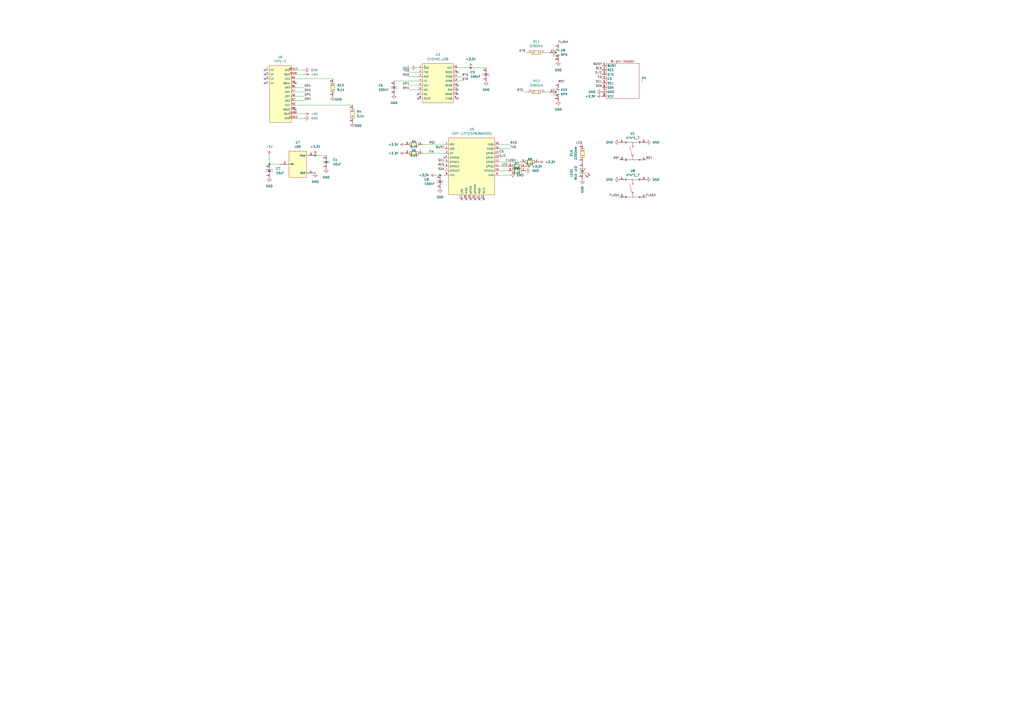
<source format=kicad_sch>
(kicad_sch (version 20250114) (generator "eeschema") (generator_version "9.0")
  (paper "A2")
  (lib_symbols
    (symbol "power:+3.3V" (power) (pin_numbers (hide yes)) (pin_names (offset 0) (hide yes))
      (property "Value" "+3.3V" (at 0 3.556 0))
      (symbol "+3.3V_0_1"
        (polyline (pts (xy -0.762 1.27) (xy 0 2.54)))
        (polyline (pts (xy 0 2.54) (xy 0.762 1.27)))
        (polyline (pts (xy 0 0) (xy 0 2.54)))
      )
      (symbol "+3.3V_1_1"
        (pin power_in line (at 0 0 90) (length 0) (name "~") (number "1"))
      )
    )
    (symbol "power:+5V" (power) (pin_numbers (hide yes)) (pin_names (offset 0) (hide yes))
      (property "Value" "+5V" (at 0 3.556 0))
      (symbol "+5V_0_1"
        (polyline (pts (xy -0.762 1.27) (xy 0 2.54)))
        (polyline (pts (xy 0 2.54) (xy 0.762 1.27)))
        (polyline (pts (xy 0 0) (xy 0 2.54)))
      )
      (symbol "+5V_1_1"
        (pin power_in line (at 0 0 90) (length 0) (name "~") (number "1"))
      )
    )
    (symbol "power:GND" (power) (pin_numbers (hide yes)) (pin_names (offset 0) (hide yes))
      (property "Value" "GND" (at 0 -3.81 0))
      (symbol "GND_0_1"
        (polyline (pts (xy 0 0) (xy 0 -1.27) (xy 1.27 -1.27) (xy 0 -2.54) (xy -1.27 -1.27) (xy 0 -1.27)))
      )
      (symbol "GND_1_1"
        (pin power_in line (at 0 0 270) (length 0) (name "~") (number "1"))
      )
    )
    (symbol "wearable-e-inks:1206W4F2200T5E"
      (property "Reference" "R" (at 0 1.27 0))
      (property "Value" "1206W4F2200T5E" (at 0 -2.54 0))
      (symbol "1206W4F2200T5E_0_1"
        (rectangle (start -2.54 1.016) (end 2.54 -1.016) (fill (type background)))
        (pin input line (at -5.08 0 0) (length 2.54) (name "1") (number "1"))
        (pin input line (at 5.08 0 180) (length 2.54) (name "2") (number "2"))
      )
    )
    (symbol "wearable-e-inks:1206W4F5101T5E"
      (property "Reference" "R" (at 0 1.27 0))
      (property "Value" "1206W4F5101T5E" (at 0 -2.54 0))
      (symbol "1206W4F5101T5E_0_1"
        (rectangle (start -2.54 1.016) (end 2.54 -1.016) (fill (type background)))
        (pin input line (at -5.08 0 0) (length 2.54) (name "1") (number "1"))
        (pin input line (at 5.08 0 180) (length 2.54) (name "2") (number "2"))
      )
    )
    (symbol "wearable-e-inks:4*4*1_7"
      (property "Reference" "U" (at 0 1.27 0))
      (property "Value" "4*4*1_7" (at 0 -2.54 0))
      (symbol "4*4*1_7_0_1"
        (polyline (pts (xy -5.08 3.81) (xy 5.08 3.81)))
        (polyline (pts (xy -5.08 -6.35) (xy 5.08 -6.35)))
        (polyline (pts (xy -0.508 -3.81) (xy -1.778 1.524)))
        (polyline (pts (xy 0 1.778) (xy 0 3.81)))
        (circle (center 0 1.27) (radius 0.381) (fill (type background)))
        (circle (center 0 -3.81) (radius 0.381) (fill (type background)))
        (polyline (pts (xy 0 -4.318) (xy 0 -6.35)))
        (pin unspecified line (at -7.62 3.81 0) (length 2.54) (name "1") (number "1"))
        (pin unspecified line (at -7.62 -6.35 0) (length 2.54) (name "3") (number "3"))
        (pin unspecified line (at 7.62 3.81 180) (length 2.54) (name "2") (number "2"))
        (pin unspecified line (at 7.62 -6.35 180) (length 2.54) (name "4") (number "4"))
      )
    )
    (symbol "wearable-e-inks:C1815_C8533"
      (property "Reference" "U" (at 0 1.27 0))
      (property "Value" "C1815_C8533" (at 0 -2.54 0))
      (symbol "C1815_C8533_0_1"
        (polyline (pts (xy 0 2.286) (xy 0 -2.286)))
        (polyline (pts (xy 0 -0.762) (xy 2.54 -2.54)))
        (polyline (pts (xy 2.54 2.54) (xy 0 0.762)))
        (polyline (pts (xy 2.54 -2.54) (xy 1.778 -1.27) (xy 1.016 -2.286) (xy 2.54 -2.54)) (fill (type background)))
        (pin unspecified line (at -2.54 0 0) (length 2.54) (name "B") (number "2"))
        (pin unspecified line (at 2.54 5.08 270) (length 2.54) (name "C") (number "1"))
        (pin unspecified line (at 2.54 -5.08 90) (length 2.54) (name "E") (number "3"))
      )
    )
    (symbol "wearable-e-inks:CH340C_C7464026"
      (property "Reference" "U" (at 0 1.27 0))
      (property "Value" "CH340C_C7464026" (at 0 -2.54 0))
      (symbol "CH340C_C7464026_0_1"
        (rectangle (start -8.89 11.43) (end 8.89 -11.43) (fill (type background)))
        (circle (center -7.62 10.16) (radius 0.381) (fill (type background)))
        (pin unspecified line (at -11.43 8.89 0) (length 2.54) (name "GND") (number "1"))
        (pin unspecified line (at -11.43 6.35 0) (length 2.54) (name "TXD") (number "2"))
        (pin unspecified line (at -11.43 3.81 0) (length 2.54) (name "RXD") (number "3"))
        (pin unspecified line (at -11.43 1.27 0) (length 2.54) (name "V3") (number "4"))
        (pin unspecified line (at -11.43 -1.27 0) (length 2.54) (name "UD+") (number "5"))
        (pin unspecified line (at -11.43 -3.81 0) (length 2.54) (name "UD-") (number "6"))
        (pin unspecified line (at -11.43 -6.35 0) (length 2.54) (name "NC.") (number "7"))
        (pin unspecified line (at -11.43 -8.89 0) (length 2.54) (name "OUT#") (number "8"))
        (pin unspecified line (at 11.43 8.89 180) (length 2.54) (name "VCC") (number "16"))
        (pin unspecified line (at 11.43 6.35 180) (length 2.54) (name "R232") (number "15"))
        (pin unspecified line (at 11.43 3.81 180) (length 2.54) (name "RTS#") (number "14"))
        (pin unspecified line (at 11.43 1.27 180) (length 2.54) (name "DTR#") (number "13"))
        (pin unspecified line (at 11.43 -1.27 180) (length 2.54) (name "DCD#") (number "12"))
        (pin unspecified line (at 11.43 -3.81 180) (length 2.54) (name "RI#") (number "11"))
        (pin unspecified line (at 11.43 -6.35 180) (length 2.54) (name "DSR#") (number "10"))
        (pin unspecified line (at 11.43 -8.89 180) (length 2.54) (name "CTS#") (number "9"))
      )
    )
    (symbol "wearable-e-inks:CL31A106KOHNNNE"
      (property "Reference" "C" (at 0 1.27 0))
      (property "Value" "CL31A106KOHNNNE" (at 0 -2.54 0))
      (symbol "CL31A106KOHNNNE_0_1"
        (polyline (pts (xy -1.27 0) (xy -0.508 0)))
        (polyline (pts (xy -0.508 2.032) (xy -0.508 -2.032)))
        (polyline (pts (xy 0.508 2.032) (xy 0.508 -2.032)))
        (polyline (pts (xy 0.508 0) (xy 1.27 0)))
        (pin input line (at -3.81 0 0) (length 2.54) (name "1") (number "1"))
        (pin input line (at 3.81 0 180) (length 2.54) (name "2") (number "2"))
      )
    )
    (symbol "wearable-e-inks:CL31B104KCFNNNE"
      (property "Reference" "C" (at 0 1.27 0))
      (property "Value" "CL31B104KCFNNNE" (at 0 -2.54 0))
      (symbol "CL31B104KCFNNNE_0_1"
        (polyline (pts (xy -1.27 0) (xy -0.508 0)))
        (polyline (pts (xy -0.508 2.032) (xy -0.508 -2.032)))
        (polyline (pts (xy 0.508 2.032) (xy 0.508 -2.032)))
        (polyline (pts (xy 0.508 0) (xy 1.27 0)))
        (pin input line (at -3.81 0 0) (length 2.54) (name "1") (number "1"))
        (pin input line (at 3.81 0 180) (length 2.54) (name "2") (number "2"))
      )
    )
    (symbol "wearable-e-inks:ESP-12F(ESP8266MOD)"
      (property "Reference" "U" (at 0 1.27 0))
      (property "Value" "ESP-12F(ESP8266MOD)" (at 0 -2.54 0))
      (symbol "ESP-12F(ESP8266MOD)_0_1"
        (rectangle (start -13.97 17.78) (end 12.7 -15.24) (fill (type background)))
        (pin unspecified line (at -16.51 13.97 0) (length 2.54) (name "RST") (number "1"))
        (pin unspecified line (at -16.51 11.43 0) (length 2.54) (name "ADC") (number "2"))
        (pin unspecified line (at -16.51 8.89 0) (length 2.54) (name "EN") (number "3"))
        (pin unspecified line (at -16.51 6.35 0) (length 2.54) (name "GPIO16") (number "4"))
        (pin unspecified line (at -16.51 3.81 0) (length 2.54) (name "GPIO14") (number "5"))
        (pin unspecified line (at -16.51 1.27 0) (length 2.54) (name "GPIO12") (number "6"))
        (pin unspecified line (at -16.51 -1.27 0) (length 2.54) (name "GPIO13") (number "7"))
        (pin unspecified line (at -16.51 -3.81 0) (length 2.54) (name "VCC") (number "8"))
        (pin unspecified line (at -6.35 -17.78 90) (length 2.54) (name "CS0") (number "17"))
        (pin unspecified line (at -3.81 -17.78 90) (length 2.54) (name "MISO") (number "18"))
        (pin unspecified line (at -1.27 -17.78 90) (length 2.54) (name "GPIO9") (number "19"))
        (pin unspecified line (at 1.27 -17.78 90) (length 2.54) (name "GPIO10") (number "20"))
        (pin unspecified line (at 3.81 -17.78 90) (length 2.54) (name "MOSI") (number "21"))
        (pin unspecified line (at 6.35 -17.78 90) (length 2.54) (name "SCLK") (number "22"))
        (pin unspecified line (at 15.24 13.97 180) (length 2.54) (name "TXD0") (number "16"))
        (pin unspecified line (at 15.24 11.43 180) (length 2.54) (name "RXD0") (number "15"))
        (pin unspecified line (at 15.24 8.89 180) (length 2.54) (name "GPIO5") (number "14"))
        (pin unspecified line (at 15.24 6.35 180) (length 2.54) (name "GPIO4") (number "13"))
        (pin unspecified line (at 15.24 3.81 180) (length 2.54) (name "GPIO0") (number "12"))
        (pin unspecified line (at 15.24 1.27 180) (length 2.54) (name "GPIO2") (number "11"))
        (pin unspecified line (at 15.24 -1.27 180) (length 2.54) (name "GPIO15") (number "10"))
        (pin unspecified line (at 15.24 -3.81 180) (length 2.54) (name "GND") (number "9"))
      )
    )
    (symbol "wearable-e-inks:KT-1206Red_LED"
      (property "Reference" "LED" (at 0 1.27 0))
      (property "Value" "KT-1206Red_LED" (at 0 -2.54 0))
      (symbol "KT-1206Red_LED_0_1"
        (polyline (pts (xy -1.27 -2.794) (xy 1.27 -1.27) (xy -1.27 0.508) (xy -1.27 -2.794)) (fill (type background)))
        (polyline (pts (xy 1.016 1.27) (xy 2.794 3.048)))
        (polyline (pts (xy 1.27 0.762) (xy 1.27 -3.302)))
        (polyline (pts (xy 2.032 0.254) (xy 3.81 2.032)))
        (polyline (pts (xy 2.794 3.048) (xy 1.778 2.54) (xy 2.286 2.032) (xy 2.794 3.048)) (fill (type background)))
        (polyline (pts (xy 3.81 2.032) (xy 2.794 1.524) (xy 3.302 1.016) (xy 3.81 2.032)) (fill (type background)))
        (pin unspecified line (at -5.08 -1.27 0) (length 3.81) (name "A") (number "1"))
        (pin unspecified line (at 5.08 -1.27 180) (length 3.81) (name "K") (number "2"))
      )
    )
    (symbol "wearable-e-inks:TYPE-C-31-M-12"
      (property "Reference" "U" (at 0 1.27 0))
      (property "Value" "TYPE-C-31-M-12" (at 0 -2.54 0))
      (symbol "TYPE-C-31-M-12_0_1"
        (rectangle (start -6.35 16.51) (end 6.35 -16.51) (fill (type background)))
        (pin unspecified line (at -8.89 13.97 0) (length 2.54) (name "GND") (number "A1B12"))
        (pin unspecified line (at -8.89 11.43 0) (length 2.54) (name "VBUS") (number "A4B9"))
        (pin unspecified line (at -8.89 8.89 0) (length 2.54) (name "SBU2") (number "B8"))
        (pin unspecified line (at -8.89 6.35 0) (length 2.54) (name "CC1") (number "A5"))
        (pin unspecified line (at -8.89 3.81 0) (length 2.54) (name "DN2") (number "B7"))
        (pin unspecified line (at -8.89 1.27 0) (length 2.54) (name "DP1") (number "A6"))
        (pin unspecified line (at -8.89 -1.27 0) (length 2.54) (name "DN1") (number "A7"))
        (pin unspecified line (at -8.89 -3.81 0) (length 2.54) (name "DP2") (number "B6"))
        (pin unspecified line (at -8.89 -6.35 0) (length 2.54) (name "SBU1") (number "A8"))
        (pin unspecified line (at -8.89 -8.89 0) (length 2.54) (name "CC2") (number "B5"))
        (pin unspecified line (at -8.89 -11.43 0) (length 2.54) (name "VBUS") (number "B4A9"))
        (pin unspecified line (at -8.89 -13.97 0) (length 2.54) (name "GND") (number "B1A12"))
        (pin unspecified line (at 8.89 -6.35 180) (length 2.54) (name "EH") (number "4"))
        (pin unspecified line (at 8.89 -8.89 180) (length 2.54) (name "EH") (number "3"))
        (pin unspecified line (at 8.89 -11.43 180) (length 2.54) (name "EH") (number "2"))
        (pin unspecified line (at 8.89 -13.97 180) (length 2.54) (name "EH") (number "1"))
      )
    )
    (symbol "wearable-e-inks:XC6206P332MR"
      (property "Reference" "U" (at 0 1.27 0))
      (property "Value" "XC6206P332MR" (at 0 -2.54 0))
      (symbol "XC6206P332MR_0_1"
        (rectangle (start -5.08 7.62) (end 5.08 -7.62) (fill (type background)))
        (pin unspecified line (at -10.16 0 0) (length 5.08) (name "Vin") (number "2"))
        (pin unspecified line (at 10.16 5.08 180) (length 5.08) (name "Vout") (number "3"))
        (pin unspecified line (at 10.16 -5.08 180) (length 5.08) (name "GND") (number "1"))
      )
    )
    (symbol "wearable-e-inks:display_pin_header"
      (property "Reference" "U" (at 0 0 0))
      (symbol "display_pin_header_0_1"
        (rectangle (start 5.08 20.32) (end 24.13 0))
      )
      (symbol "display_pin_header_1_1"
        (text "8-pin-header" (at 14.478 21.59 0) (effects (font (size 1.27 1.27))))
        (pin input line (at 2.54 19.05 0) (length 2.54) (name "BUSY") (number "1"))
        (pin input line (at 2.54 16.51 0) (length 2.54) (name "RES") (number "2"))
        (pin input line (at 2.54 13.97 0) (length 2.54) (name "D/C") (number "3"))
        (pin input line (at 2.54 11.43 0) (length 2.54) (name "CS") (number "4"))
        (pin input line (at 2.54 8.89 0) (length 2.54) (name "SCL") (number "5"))
        (pin input line (at 2.54 6.35 0) (length 2.54) (name "SDA") (number "6"))
        (pin input line (at 2.54 3.81 0) (length 2.54) (name "GND") (number "7"))
        (pin input line (at 2.54 1.27 0) (length 2.54) (name "VCC") (number "8"))
      )
    )
  )
  (junction (at 182.88 90.17))
  (junction (at 156.21 95.25))
  (junction (at 255.27 101.6))
  (junction (at 273.05 39.37))
  (no_connect (at 265.43 52.07))
  (no_connect (at 153.67 40.64))
  (no_connect (at 280.67 115.57))
  (no_connect (at 153.67 45.72))
  (no_connect (at 171.45 63.5))
  (no_connect (at 278.13 115.57))
  (no_connect (at 275.59 115.57))
  (no_connect (at 257.81 91.44))
  (no_connect (at 273.05 115.57))
  (no_connect (at 242.57 57.15))
  (no_connect (at 267.97 115.57))
  (no_connect (at 265.43 41.91))
  (no_connect (at 265.43 57.15))
  (no_connect (at 270.51 115.57))
  (no_connect (at 265.43 49.53))
  (no_connect (at 242.57 54.61))
  (no_connect (at 265.43 54.61))
  (no_connect (at 153.67 48.26))
  (no_connect (at 153.67 43.18))
  (no_connect (at 171.45 48.26))
  (wire (pts (xy 171.45 40.64) (xy 176.53 40.64)))
  (wire (pts (xy 316.23 30.48) (xy 318.77 30.48)))
  (wire (pts (xy 171.45 50.8) (xy 176.53 50.8)))
  (wire (pts (xy 304.8 30.48) (xy 306.07 30.48)))
  (wire (pts (xy 171.45 68.58) (xy 176.53 68.58)))
  (wire (pts (xy 237.49 49.53) (xy 242.57 49.53)))
  (wire (pts (xy 156.21 90.17) (xy 156.21 95.25)))
  (wire (pts (xy 289.56 101.6) (xy 295.91 101.6)))
  (wire (pts (xy 303.53 53.34) (xy 306.07 53.34)))
  (wire (pts (xy 156.21 95.25) (xy 162.56 95.25)))
  (wire (pts (xy 228.6 46.99) (xy 242.57 46.99)))
  (wire (pts (xy 289.56 86.36) (xy 295.91 86.36)))
  (wire (pts (xy 267.97 44.45) (xy 265.43 44.45)))
  (wire (pts (xy 316.23 53.34) (xy 318.77 53.34)))
  (wire (pts (xy 289.56 83.82) (xy 295.91 83.82)))
  (wire (pts (xy 171.45 66.04) (xy 176.53 66.04)))
  (wire (pts (xy 237.49 41.91) (xy 242.57 41.91)))
  (wire (pts (xy 171.45 60.96) (xy 204.47 60.96)))
  (wire (pts (xy 241.3 39.37) (xy 242.57 39.37)))
  (wire (pts (xy 245.11 88.9) (xy 257.81 88.9)))
  (wire (pts (xy 289.56 99.06) (xy 294.64 99.06)))
  (wire (pts (xy 273.05 39.37) (xy 281.94 39.37)))
  (wire (pts (xy 171.45 43.18) (xy 176.53 43.18)))
  (wire (pts (xy 265.43 39.37) (xy 273.05 39.37)))
  (wire (pts (xy 237.49 44.45) (xy 242.57 44.45)))
  (wire (pts (xy 171.45 45.72) (xy 193.04 45.72)))
  (wire (pts (xy 289.56 93.98) (xy 302.26 93.98)))
  (wire (pts (xy 267.97 46.99) (xy 265.43 46.99)))
  (wire (pts (xy 182.88 90.17) (xy 189.23 90.17)))
  (wire (pts (xy 255.27 101.6) (xy 257.81 101.6)))
  (wire (pts (xy 171.45 55.88) (xy 176.53 55.88)))
  (wire (pts (xy 237.49 52.07) (xy 242.57 52.07)))
  (wire (pts (xy 171.45 53.34) (xy 176.53 53.34)))
  (wire (pts (xy 245.11 83.82) (xy 257.81 83.82)))
  (wire (pts (xy 252.73 101.6) (xy 255.27 101.6)))
  (wire (pts (xy 171.45 58.42) (xy 176.53 58.42)))
  (wire (pts (xy 289.56 96.52) (xy 294.64 96.52)))
  (label "CS" (at 289.56 88.9 0))
  (label "DN1" (at 176.53 53.34 0))
  (label "RES" (at 349.25 40.64 180))
  (label "RST" (at 248.92 83.82 0))
  (label "RST" (at 323.85 48.26 0))
  (label "RST" (at 374.65 92.71 0))
  (label "DN1" (at 237.49 52.07 180))
  (label "BUSY" (at 257.81 86.36 180))
  (label "BUSY" (at 349.25 38.1 180))
  (label "DP1" (at 176.53 50.8 0))
  (label "D{slash}C" (at 349.25 43.18 180))
  (label "SDA" (at 257.81 99.06 180))
  (label "LED" (at 290.83 96.52 0))
  (label "DP1" (at 176.53 55.88 0))
  (label "FLASH" (at 293.37 93.98 0))
  (label "DN1" (at 176.53 58.42 0))
  (label "DTR" (at 267.97 46.99 0))
  (label "TXD" (at 295.91 86.36 0))
  (label "RXD" (at 295.91 83.82 0))
  (label "LED" (at 337.82 83.82 180))
  (label "SCL" (at 257.81 93.98 180))
  (label "D{slash}C" (at 289.56 91.44 0))
  (label "EN" (at 248.92 88.9 0))
  (label "FLASH" (at 323.85 25.4 0))
  (label "RES" (at 257.81 96.52 180))
  (label "FLASH" (at 359.41 114.3 180))
  (label "RST" (at 359.41 92.71 180))
  (label "DTR" (at 304.8 30.48 180))
  (label "FLASH" (at 374.65 114.3 0))
  (label "DP1" (at 237.49 49.53 180))
  (label "SCL" (at 349.25 48.26 180))
  (label "CS" (at 349.25 45.72 180))
  (label "RTS" (at 267.97 44.45 0))
  (label "RTS" (at 303.53 53.34 180))
  (label "TXD" (at 237.49 41.91 180))
  (label "RXD" (at 237.49 44.45 180))
  (label "SDA" (at 349.25 50.8 180))
  (symbol (lib_id "power:GND") (at 241.3 39.37 270) (unit 1)
    (property "Reference" "#PWR015" (effects (hide yes)))
    (property "Value" "GND" (at 237.49 39.3699 90) (effects (justify right)))
    (property "Description" "Power symbol creates a global label with name \"GND\" , ground" (effects (hide yes)))
  )
  (symbol (lib_id "power:GND") (at 359.41 82.55 270) (unit 1)
    (property "Reference" "#PWR023" (effects (hide yes)))
    (property "Value" "GND" (at 355.6 82.5499 90) (effects (justify right)))
    (property "Description" "Power symbol creates a global label with name \"GND\" , ground" (effects (hide yes)))
  )
  (symbol (lib_id "power:GND") (at 304.8 99.06 90) (unit 1)
    (property "Reference" "#PWR022" (effects (hide yes)))
    (property "Value" "GND" (at 308.61 99.0599 90) (effects (justify right)))
    (property "Description" "Power symbol creates a global label with name \"GND\" , ground" (effects (hide yes)))
  )
  (symbol (lib_id "power:+3.3V") (at 273.05 39.37 0) (unit 1)
    (property "Reference" "#PWR032" (effects (hide yes)))
    (property "Value" "+3.3V" (at 273.05 34.29 0))
    (property "Description" "Power symbol creates a global label with name \"+3.3V\"" (effects (hide yes)))
  )
  (symbol (lib_id "wearable-e-inks:1206W4F5101T5E") (at 307.34 93.98 180) (unit 1)
    (property "Reference" "R8" (at 307.34 92.456 0))
    (property "Value" "5.1k" (at 307.34 95.25 0))
    (property "Footprint" "wearable-e-inks:R1206" (effects (hide yes)))
    (property "Datasheet" "https://item.szlcsc.com/311874.html" (effects (hide yes)))
    (property "LCSC" "C26033" (effects (hide yes)))
  )
  (symbol (lib_id "wearable-e-inks:1206W4F5101T5E") (at 193.04 50.8 90) (unit 1)
    (property "Reference" "R13" (at 195.58 49.5299 90) (effects (justify right)))
    (property "Value" "5.1k" (at 195.58 52.0699 90) (effects (justify right)))
    (property "Footprint" "wearable-e-inks:R1206" (effects (hide yes)))
    (property "Datasheet" "https://item.szlcsc.com/311874.html" (effects (hide yes)))
    (property "LCSC" "C26033" (effects (hide yes)))
  )
  (symbol (lib_id "wearable-e-inks:CL31A106KOHNNNE") (at 189.23 93.98 90) (unit 1)
    (property "Reference" "C4" (at 193.04 92.7099 90) (effects (justify right)))
    (property "Value" "10uF" (at 193.04 95.2499 90) (effects (justify right)))
    (property "Footprint" "wearable-e-inks:C1206" (effects (hide yes)))
    (property "Datasheet" "https://item.szlcsc.com/89171.html" (effects (hide yes)))
    (property "LCSC" "C1849" (effects (hide yes)))
  )
  (symbol (lib_id "power:GND") (at 374.65 104.14 90) (unit 1)
    (property "Reference" "#PWR026" (effects (hide yes)))
    (property "Value" "GND" (at 378.46 104.1399 90) (effects (justify right)))
    (property "Description" "Power symbol creates a global label with name \"GND\" , ground" (effects (hide yes)))
  )
  (symbol (lib_id "wearable-e-inks:TYPE-C-31-M-12") (at 162.56 54.61 180) (unit 1)
    (property "Reference" "U6" (at 162.56 33.02 0))
    (property "Value" "TYPE-C" (at 162.56 35.56 0))
    (property "Footprint" "wearable-e-inks:USB-C_SMD-TYPE-C-31-M-12_1" (effects (hide yes)))
    (property "Datasheet" "https://item.szlcsc.com/datasheet/TYPE-C-31-M-12/177331.html?spm=sc.gbn.xds.a___sc.gbn.hd.ss&lcsc_vid=RgMNUVYEQARbV1xTElVcVwIAFFBXVwBfEQdfX1UCRAcxVlNTQFBcUlFXT1hYVTsOAxUeFF5JWA0NAgAHWQIASA%3D%3D" (effects (hide yes)))
    (property "LCSC" "C165948" (effects (hide yes)))
  )
  (symbol (lib_id "wearable-e-inks:C1815_C8533") (at 321.31 30.48 0) (unit 1)
    (property "Reference" "U9" (at 325.12 29.2099 0) (effects (justify left)))
    (property "Value" "NPN" (at 325.12 31.7499 0) (effects (justify left)))
    (property "Footprint" "wearable-e-inks:SOT-23-LDO" (effects (hide yes)))
    (property "Datasheet" "https://www.diodes.com/assets/Package-Files/SOT23.pdf" (effects (hide yes)))
    (property "LCSC" "C8533" (effects (hide yes)))
  )
  (symbol (lib_id "power:GND") (at 349.25 53.34 270) (unit 1)
    (property "Reference" "#PWR031" (effects (hide yes)))
    (property "Value" "GND" (at 345.44 53.3399 90) (effects (justify right)))
    (property "Description" "Power symbol creates a global label with name \"GND\" , ground" (effects (hide yes)))
  )
  (symbol (lib_id "wearable-e-inks:display_pin_header") (at 346.71 57.15 0) (unit 1)
    (property "Reference" "U4" (at 372.11 45.2091 0) (effects (justify left)))
    (property "Value" "~" (at 372.11 47.1142 0) (effects (justify left)))
    (property "Footprint" "wearable-e-inks:8pinheader" (effects (hide yes)))
  )
  (symbol (lib_id "power:+3.3V") (at 349.25 55.88 90) (unit 1)
    (property "Reference" "#PWR030" (effects (hide yes)))
    (property "Value" "+3.3V" (at 345.44 55.8799 90) (effects (justify left)))
    (property "Description" "Power symbol creates a global label with name \"+3.3V\"" (effects (hide yes)))
  )
  (symbol (lib_id "wearable-e-inks:1206W4F5101T5E") (at 240.03 83.82 180) (unit 1)
    (property "Reference" "R5" (at 240.03 82.296 0))
    (property "Value" "5.1k" (at 240.03 85.09 0))
    (property "Footprint" "wearable-e-inks:R1206" (effects (hide yes)))
    (property "Datasheet" "https://item.szlcsc.com/311874.html" (effects (hide yes)))
    (property "LCSC" "C26033" (effects (hide yes)))
  )
  (symbol (lib_id "power:GND") (at 281.94 46.99 0) (unit 1)
    (property "Reference" "#PWR013" (effects (hide yes)))
    (property "Value" "GND" (at 281.94 52.07 0))
    (property "Description" "Power symbol creates a global label with name \"GND\" , ground" (effects (hide yes)))
  )
  (symbol (lib_id "wearable-e-inks:4*4*1_7") (at 367.03 86.36 0) (unit 1)
    (property "Reference" "U1" (at 367.03 77.47 0))
    (property "Value" "4*4*1_7" (at 367.03 80.01 0))
    (property "Footprint" "wearable-e-inks:SW-SMD_4P-L5.2-W5.2-P3.70-LS6.5" (effects (hide yes)))
    (property "Datasheet" "https://lcsc.com/product-detail/Tactile-Switches_BOOMELE-Boom-Precision-Elec-4-4-1-7_C10852.html" (effects (hide yes)))
    (property "LCSC" "C10852" (effects (hide yes)))
  )
  (symbol (lib_id "power:+5V") (at 176.53 43.18 270) (unit 1)
    (property "Reference" "#PWR02" (effects (hide yes)))
    (property "Value" "+5V" (at 180.34 43.1799 90) (effects (justify left)))
    (property "Description" "Power symbol creates a global label with name \"+5V\"" (effects (hide yes)))
  )
  (symbol (lib_id "power:+3.3V") (at 234.95 83.82 90) (unit 1)
    (property "Reference" "#PWR018" (effects (hide yes)))
    (property "Value" "+3.3V" (at 231.14 83.8199 90) (effects (justify left)))
    (property "Description" "Power symbol creates a global label with name \"+3.3V\"" (effects (hide yes)))
  )
  (symbol (lib_id "power:GND") (at 156.21 102.87 0) (unit 1)
    (property "Reference" "#PWR010" (effects (hide yes)))
    (property "Value" "GND" (at 156.21 107.95 0))
    (property "Description" "Power symbol creates a global label with name \"GND\" , ground" (effects (hide yes)))
  )
  (symbol (lib_id "power:+3.3V") (at 182.88 90.17 0) (unit 1)
    (property "Reference" "#PWR08" (effects (hide yes)))
    (property "Value" "+3.3V" (at 182.88 85.09 0))
    (property "Description" "Power symbol creates a global label with name \"+3.3V\"" (effects (hide yes)))
  )
  (symbol (lib_id "wearable-e-inks:1206W4F5101T5E") (at 240.03 88.9 180) (unit 1)
    (property "Reference" "R6" (at 240.03 87.376 0))
    (property "Value" "5.1k" (at 240.03 90.17 0))
    (property "Footprint" "wearable-e-inks:R1206" (effects (hide yes)))
    (property "Datasheet" "https://item.szlcsc.com/311874.html" (effects (hide yes)))
    (property "LCSC" "C26033" (effects (hide yes)))
  )
  (symbol (lib_id "wearable-e-inks:CH340C_C7464026") (at 254 48.26 0) (unit 1)
    (property "Reference" "U3" (at 254 31.75 0))
    (property "Value" "CH340C_USB" (at 254 34.29 0))
    (property "Footprint" "wearable-e-inks:SOP-16_L10.0-W3.9-P1.27-LS6.0-BL" (effects (hide yes)))
    (property "Datasheet" "https://item.szlcsc.com/391677.html" (effects (hide yes)))
    (property "LCSC" "C7464026" (effects (hide yes)))
  )
  (symbol (lib_id "wearable-e-inks:1206W4F5101T5E") (at 299.72 96.52 180) (unit 1)
    (property "Reference" "R7" (at 299.72 94.996 0))
    (property "Value" "5.1k" (at 299.72 97.79 0))
    (property "Footprint" "wearable-e-inks:R1206" (effects (hide yes)))
    (property "Datasheet" "https://item.szlcsc.com/311874.html" (effects (hide yes)))
    (property "LCSC" "C26033" (effects (hide yes)))
  )
  (symbol (lib_id "wearable-e-inks:1206W4F5101T5E") (at 299.72 99.06 180) (unit 1)
    (property "Reference" "R9" (at 299.72 97.536 0))
    (property "Value" "5.1k" (at 299.72 100.33 0))
    (property "Footprint" "wearable-e-inks:R1206" (effects (hide yes)))
    (property "Datasheet" "https://item.szlcsc.com/311874.html" (effects (hide yes)))
    (property "LCSC" "C26033" (effects (hide yes)))
  )
  (symbol (lib_id "power:GND") (at 228.6 54.61 0) (unit 1)
    (property "Reference" "#PWR014" (effects (hide yes)))
    (property "Value" "GND" (at 228.6 59.69 0))
    (property "Description" "Power symbol creates a global label with name \"GND\" , ground" (effects (hide yes)))
  )
  (symbol (lib_id "power:GND") (at 337.82 104.14 0) (unit 1)
    (property "Reference" "#PWR029" (effects (hide yes)))
    (property "Value" "GND" (at 337.8199 107.95 90) (effects (justify right)))
    (property "Description" "Power symbol creates a global label with name \"GND\" , ground" (effects (hide yes)))
  )
  (symbol (lib_id "power:GND") (at 182.88 100.33 0) (unit 1)
    (property "Reference" "#PWR09" (effects (hide yes)))
    (property "Value" "GND" (at 182.88 105.41 0))
    (property "Description" "Power symbol creates a global label with name \"GND\" , ground" (effects (hide yes)))
  )
  (symbol (lib_id "wearable-e-inks:CL31B104KCFNNNE") (at 281.94 43.18 90) (unit 1)
    (property "Reference" "C5" (at 272.796 41.91 90) (effects (justify right)))
    (property "Value" "100nF" (at 272.796 44.45 90) (effects (justify right)))
    (property "Footprint" "wearable-e-inks:C1206" (effects (hide yes)))
    (property "Datasheet" "https://item.szlcsc.com/89171.html" (effects (hide yes)))
    (property "LCSC" "C1945" (effects (hide yes)))
  )
  (symbol (lib_id "wearable-e-inks:1206W4F5101T5E") (at 204.47 66.04 90) (unit 1)
    (property "Reference" "R4" (at 207.01 64.7699 90) (effects (justify right)))
    (property "Value" "5.1k" (at 207.01 67.3099 90) (effects (justify right)))
    (property "Footprint" "wearable-e-inks:R1206" (effects (hide yes)))
    (property "Datasheet" "https://item.szlcsc.com/311874.html" (effects (hide yes)))
    (property "LCSC" "C26033" (effects (hide yes)))
  )
  (symbol (lib_id "wearable-e-inks:1206W4F2200T5E") (at 311.15 30.48 180) (unit 1)
    (property "Reference" "R11" (at 311.15 24.13 0))
    (property "Value" "220Ohm" (at 311.15 26.67 0))
    (property "Footprint" "wearable-e-inks:R1206" (effects (hide yes)))
    (property "Datasheet" "https://item.szlcsc.com/311874.html" (effects (hide yes)))
    (property "LCSC" "C17957" (effects (hide yes)))
  )
  (symbol (lib_id "power:GND") (at 204.47 71.12 0) (unit 1)
    (property "Reference" "#PWR06" (effects (hide yes)))
    (property "Value" "GND" (at 207.772 72.898 0))
    (property "Description" "Power symbol creates a global label with name \"GND\" , ground" (effects (hide yes)))
  )
  (symbol (lib_id "power:GND") (at 176.53 68.58 90) (unit 1)
    (property "Reference" "#PWR04" (effects (hide yes)))
    (property "Value" "GND" (at 180.34 68.5799 90) (effects (justify right)))
    (property "Description" "Power symbol creates a global label with name \"GND\" , ground" (effects (hide yes)))
  )
  (symbol (lib_id "wearable-e-inks:4*4*1_7") (at 367.03 107.95 0) (unit 1)
    (property "Reference" "U8" (at 367.03 99.06 0))
    (property "Value" "4*4*1_7" (at 367.03 101.6 0))
    (property "Footprint" "wearable-e-inks:SW-SMD_4P-L5.2-W5.2-P3.70-LS6.5" (effects (hide yes)))
    (property "Datasheet" "https://lcsc.com/product-detail/Tactile-Switches_BOOMELE-Boom-Precision-Elec-4-4-1-7_C10852.html" (effects (hide yes)))
    (property "LCSC" "C10852" (effects (hide yes)))
  )
  (symbol (lib_id "wearable-e-inks:CL31B104KCFNNNE") (at 228.6 50.8 90) (unit 1)
    (property "Reference" "C6" (at 219.456 49.53 90) (effects (justify right)))
    (property "Value" "100nF" (at 219.456 52.07 90) (effects (justify right)))
    (property "Footprint" "wearable-e-inks:C1206" (effects (hide yes)))
    (property "Datasheet" "https://item.szlcsc.com/89171.html" (effects (hide yes)))
    (property "LCSC" "C1945" (effects (hide yes)))
  )
  (symbol (lib_id "power:GND") (at 176.53 40.64 90) (unit 1)
    (property "Reference" "#PWR01" (effects (hide yes)))
    (property "Value" "GND" (at 180.34 40.6399 90) (effects (justify right)))
    (property "Description" "Power symbol creates a global label with name \"GND\" , ground" (effects (hide yes)))
  )
  (symbol (lib_id "power:GND") (at 189.23 97.79 0) (unit 1)
    (property "Reference" "#PWR011" (effects (hide yes)))
    (property "Value" "GND" (at 189.23 102.87 0))
    (property "Description" "Power symbol creates a global label with name \"GND\" , ground" (effects (hide yes)))
  )
  (symbol (lib_id "power:+3.3V") (at 304.8 96.52 270) (unit 1)
    (property "Reference" "#PWR020" (effects (hide yes)))
    (property "Value" "+3.3V" (at 308.61 96.5201 90) (effects (justify left)))
    (property "Description" "Power symbol creates a global label with name \"+3.3V\"" (effects (hide yes)))
  )
  (symbol (lib_id "wearable-e-inks:1206W4F2200T5E") (at 337.82 88.9 90) (unit 1)
    (property "Reference" "R10" (at 331.47 88.9 0))
    (property "Value" "220Ohm" (at 334.01 88.9 0))
    (property "Footprint" "wearable-e-inks:R1206" (effects (hide yes)))
    (property "Datasheet" "https://item.szlcsc.com/311874.html" (effects (hide yes)))
    (property "LCSC" "C17957" (effects (hide yes)))
  )
  (symbol (lib_id "wearable-e-inks:C1815_C8533") (at 321.31 53.34 0) (unit 1)
    (property "Reference" "U10" (at 325.12 52.0699 0) (effects (justify left)))
    (property "Value" "NPN" (at 325.12 54.6099 0) (effects (justify left)))
    (property "Footprint" "wearable-e-inks:SOT-23-LDO" (effects (hide yes)))
    (property "Datasheet" "https://www.diodes.com/assets/Package-Files/SOT23.pdf" (effects (hide yes)))
    (property "LCSC" "C8533" (effects (hide yes)))
  )
  (symbol (lib_id "power:GND") (at 323.85 58.42 0) (unit 1)
    (property "Reference" "#PWR028" (effects (hide yes)))
    (property "Value" "GND" (at 323.85 63.5 0))
    (property "Description" "Power symbol creates a global label with name \"GND\" , ground" (effects (hide yes)))
  )
  (symbol (lib_id "power:+5V") (at 156.21 90.17 0) (unit 1)
    (property "Reference" "#PWR07" (effects (hide yes)))
    (property "Value" "+5V" (at 156.21 85.09 0))
    (property "Description" "Power symbol creates a global label with name \"+5V\"" (effects (hide yes)))
  )
  (symbol (lib_id "power:GND") (at 255.27 109.22 0) (unit 1)
    (property "Reference" "#PWR033" (effects (hide yes)))
    (property "Value" "GND" (at 255.27 114.3 0))
    (property "Description" "Power symbol creates a global label with name \"GND\" , ground" (effects (hide yes)))
  )
  (symbol (lib_id "wearable-e-inks:KT-1206Red_LED") (at 339.09 99.06 270) (unit 1)
    (property "Reference" "LED1" (at 331.47 100.33 0))
    (property "Value" "RED LED" (at 334.01 100.33 0))
    (property "Footprint" "wearable-e-inks:LED1206-R-RD_RED" (effects (hide yes)))
    (property "Datasheet" "https://item.szlcsc.com/73803.html" (effects (hide yes)))
    (property "LCSC" "C49018" (effects (hide yes)))
  )
  (symbol (lib_id "power:GND") (at 374.65 82.55 90) (unit 1)
    (property "Reference" "#PWR024" (effects (hide yes)))
    (property "Value" "GND" (at 378.46 82.5499 90) (effects (justify right)))
    (property "Description" "Power symbol creates a global label with name \"GND\" , ground" (effects (hide yes)))
  )
  (symbol (lib_id "power:+5V") (at 176.53 66.04 270) (unit 1)
    (property "Reference" "#PWR03" (effects (hide yes)))
    (property "Value" "+5V" (at 180.34 66.0399 90) (effects (justify left)))
    (property "Description" "Power symbol creates a global label with name \"+5V\"" (effects (hide yes)))
  )
  (symbol (lib_id "wearable-e-inks:XC6206P332MR") (at 172.72 95.25 0) (unit 1)
    (property "Reference" "U7" (at 172.72 82.55 0))
    (property "Value" "LDO" (at 172.72 85.09 0))
    (property "Footprint" "wearable-e-inks:SOT-23-LDO" (effects (hide yes)))
    (property "Datasheet" "https://item.szlcsc.com/14454.html" (effects (hide yes)))
    (property "LCSC" "C5446" (effects (hide yes)))
  )
  (symbol (lib_id "wearable-e-inks:ESP-12F(ESP8266MOD)") (at 274.32 97.79 0) (unit 1)
    (property "Reference" "U5" (at 273.685 74.93 0))
    (property "Value" "ESP-12F(ESP8266MOD)" (at 273.685 77.47 0))
    (property "Footprint" "wearable-e-inks:WIFIM-SMD_ESP-12F-ESP8266MOD" (effects (hide yes)))
    (property "Datasheet" "https://item.szlcsc.com/84052.html" (effects (hide yes)))
    (property "LCSC" "C82891" (effects (hide yes)))
  )
  (symbol (lib_id "power:GND") (at 323.85 35.56 0) (unit 1)
    (property "Reference" "#PWR027" (effects (hide yes)))
    (property "Value" "GND" (at 323.85 40.64 0))
    (property "Description" "Power symbol creates a global label with name \"GND\" , ground" (effects (hide yes)))
  )
  (symbol (lib_id "wearable-e-inks:CL31B104KCFNNNE") (at 255.27 105.41 90) (unit 1)
    (property "Reference" "C8" (at 246.126 104.14 90) (effects (justify right)))
    (property "Value" "100nF" (at 246.126 106.68 90) (effects (justify right)))
    (property "Footprint" "wearable-e-inks:C1206" (effects (hide yes)))
    (property "Datasheet" "https://item.szlcsc.com/89171.html" (effects (hide yes)))
    (property "LCSC" "C1945" (effects (hide yes)))
  )
  (symbol (lib_id "power:GND") (at 193.04 55.88 0) (unit 1)
    (property "Reference" "#PWR05" (effects (hide yes)))
    (property "Value" "GND" (at 196.342 57.658 0))
    (property "Description" "Power symbol creates a global label with name \"GND\" , ground" (effects (hide yes)))
  )
  (symbol (lib_id "wearable-e-inks:1206W4F2200T5E") (at 311.15 53.34 180) (unit 1)
    (property "Reference" "R12" (at 311.15 46.99 0))
    (property "Value" "220Ohm" (at 311.15 49.53 0))
    (property "Footprint" "wearable-e-inks:R1206" (effects (hide yes)))
    (property "Datasheet" "https://item.szlcsc.com/311874.html" (effects (hide yes)))
    (property "LCSC" "C17957" (effects (hide yes)))
  )
  (symbol (lib_id "power:GND") (at 359.41 104.14 270) (unit 1)
    (property "Reference" "#PWR025" (effects (hide yes)))
    (property "Value" "GND" (at 355.6 104.1399 90) (effects (justify right)))
    (property "Description" "Power symbol creates a global label with name \"GND\" , ground" (effects (hide yes)))
  )
  (symbol (lib_id "power:+3.3V") (at 312.42 93.98 270) (unit 1)
    (property "Reference" "#PWR021" (effects (hide yes)))
    (property "Value" "+3.3V" (at 316.23 93.9801 90) (effects (justify left)))
    (property "Description" "Power symbol creates a global label with name \"+3.3V\"" (effects (hide yes)))
  )
  (symbol (lib_id "power:+3.3V") (at 252.73 101.6 90) (unit 1)
    (property "Reference" "#PWR016" (effects (hide yes)))
    (property "Value" "+3.3V" (at 248.92 101.5999 90) (effects (justify left)))
    (property "Description" "Power symbol creates a global label with name \"+3.3V\"" (effects (hide yes)))
  )
  (symbol (lib_id "wearable-e-inks:CL31A106KOHNNNE") (at 156.21 99.06 90) (unit 1)
    (property "Reference" "C7" (at 160.02 97.7899 90) (effects (justify right)))
    (property "Value" "10uF" (at 160.02 100.3299 90) (effects (justify right)))
    (property "Footprint" "wearable-e-inks:C1206" (effects (hide yes)))
    (property "Datasheet" "https://item.szlcsc.com/89171.html" (effects (hide yes)))
    (property "LCSC" "C1849" (effects (hide yes)))
  )
  (symbol (lib_id "power:+3.3V") (at 234.95 88.9 90) (unit 1)
    (property "Reference" "#PWR019" (effects (hide yes)))
    (property "Value" "+3.3V" (at 231.14 88.8999 90) (effects (justify left)))
    (property "Description" "Power symbol creates a global label with name \"+3.3V\"" (effects (hide yes)))
  )
  (symbol (lib_id "power:GND") (at 295.91 101.6 90) (unit 1)
    (property "Reference" "#PWR017" (effects (hide yes)))
    (property "Value" "GND" (at 299.72 101.5999 90) (effects (justify right)))
    (property "Description" "Power symbol creates a global label with name \"GND\" , ground" (effects (hide yes)))
  )
)
</source>
